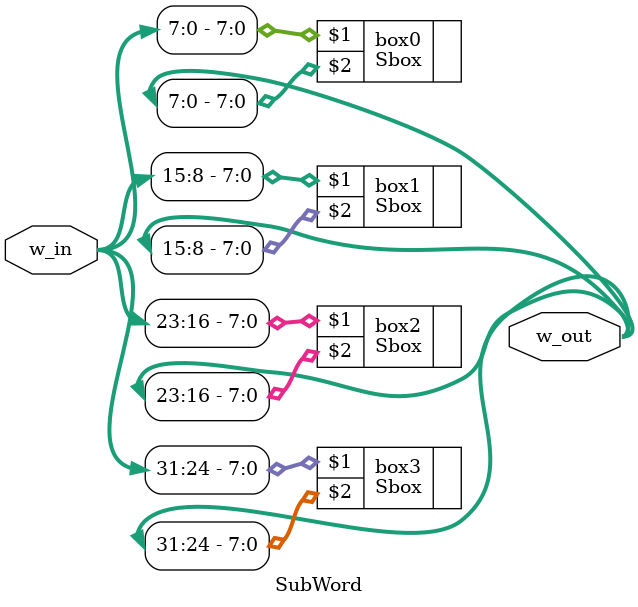
<source format=v>
module SubWord(w_in, w_out);
	input [31:0] w_in;
	output [31:0] w_out;
	Sbox box0(w_in[7:0], w_out[7:0]);
	Sbox box1(w_in[15:8], w_out[15:8]);
	Sbox box2(w_in[23:16], w_out[23:16]);
	Sbox box3(w_in[31:24], w_out[31:24]);
endmodule

</source>
